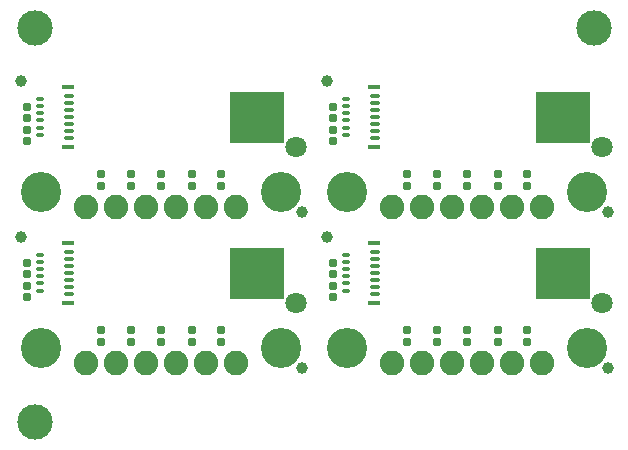
<source format=gts>
%TF.GenerationSoftware,KiCad,Pcbnew,8.0.4*%
%TF.CreationDate,2024-08-22T15:16:28-06:00*%
%TF.ProjectId,SparkFun_BMV080_panelized,53706172-6b46-4756-9e5f-424d56303830,v01*%
%TF.SameCoordinates,Original*%
%TF.FileFunction,Soldermask,Top*%
%TF.FilePolarity,Negative*%
%FSLAX46Y46*%
G04 Gerber Fmt 4.6, Leading zero omitted, Abs format (unit mm)*
G04 Created by KiCad (PCBNEW 8.0.4) date 2024-08-22 15:16:28*
%MOMM*%
%LPD*%
G01*
G04 APERTURE LIST*
G04 Aperture macros list*
%AMRoundRect*
0 Rectangle with rounded corners*
0 $1 Rounding radius*
0 $2 $3 $4 $5 $6 $7 $8 $9 X,Y pos of 4 corners*
0 Add a 4 corners polygon primitive as box body*
4,1,4,$2,$3,$4,$5,$6,$7,$8,$9,$2,$3,0*
0 Add four circle primitives for the rounded corners*
1,1,$1+$1,$2,$3*
1,1,$1+$1,$4,$5*
1,1,$1+$1,$6,$7*
1,1,$1+$1,$8,$9*
0 Add four rect primitives between the rounded corners*
20,1,$1+$1,$2,$3,$4,$5,0*
20,1,$1+$1,$4,$5,$6,$7,0*
20,1,$1+$1,$6,$7,$8,$9,0*
20,1,$1+$1,$8,$9,$2,$3,0*%
G04 Aperture macros list end*
%ADD10C,0.100000*%
%ADD11C,3.000000*%
%ADD12C,2.082800*%
%ADD13RoundRect,0.165000X-0.195000X0.165000X-0.195000X-0.165000X0.195000X-0.165000X0.195000X0.165000X0*%
%ADD14C,3.402000*%
%ADD15RoundRect,0.160000X0.210000X-0.160000X0.210000X0.160000X-0.210000X0.160000X-0.210000X-0.160000X0*%
%ADD16C,1.000000*%
%ADD17RoundRect,0.052500X0.357500X-0.122500X0.357500X0.122500X-0.357500X0.122500X-0.357500X-0.122500X0*%
%ADD18RoundRect,0.052500X0.257500X-0.122500X0.257500X0.122500X-0.257500X0.122500X-0.257500X-0.122500X0*%
%ADD19RoundRect,0.060000X0.415000X-0.140000X0.415000X0.140000X-0.415000X0.140000X-0.415000X-0.140000X0*%
%ADD20RoundRect,0.165000X0.195000X-0.165000X0.195000X0.165000X-0.195000X0.165000X-0.195000X-0.165000X0*%
%ADD21C,1.803200*%
G04 APERTURE END LIST*
D10*
X44408958Y11536799D02*
X48908222Y11536799D01*
X48908222Y7286420D01*
X44408958Y7286420D01*
X44408958Y11536799D01*
G36*
X44408958Y11536799D02*
G01*
X48908222Y11536799D01*
X48908222Y7286420D01*
X44408958Y7286420D01*
X44408958Y11536799D01*
G37*
X44408958Y-1663201D02*
X48908222Y-1663201D01*
X48908222Y-5913580D01*
X44408958Y-5913580D01*
X44408958Y-1663201D01*
G36*
X44408958Y-1663201D02*
G01*
X48908222Y-1663201D01*
X48908222Y-5913580D01*
X44408958Y-5913580D01*
X44408958Y-1663201D01*
G37*
X18508958Y11536799D02*
X23008222Y11536799D01*
X23008222Y7286420D01*
X18508958Y7286420D01*
X18508958Y11536799D01*
G36*
X18508958Y11536799D02*
G01*
X23008222Y11536799D01*
X23008222Y7286420D01*
X18508958Y7286420D01*
X18508958Y11536799D01*
G37*
X18508958Y-1663201D02*
X23008222Y-1663201D01*
X23008222Y-5913580D01*
X18508958Y-5913580D01*
X18508958Y-1663201D01*
G36*
X18508958Y-1663201D02*
G01*
X23008222Y-1663201D01*
X23008222Y-5913580D01*
X18508958Y-5913580D01*
X18508958Y-1663201D01*
G37*
D11*
%TO.C,*%
X49325000Y16900000D03*
%TD*%
%TO.C,*%
X1975000Y16900000D03*
%TD*%
%TO.C,*%
X1975000Y-16400000D03*
%TD*%
D12*
%TO.C,J3*%
X32250000Y1770000D03*
X34790000Y1770000D03*
X37330000Y1770000D03*
X39870000Y1770000D03*
X42410000Y1770000D03*
X44950000Y1770000D03*
%TD*%
%TO.C,J3*%
X32250000Y-11430000D03*
X34790000Y-11430000D03*
X37330000Y-11430000D03*
X39870000Y-11430000D03*
X42410000Y-11430000D03*
X44950000Y-11430000D03*
%TD*%
%TO.C,J3*%
X6350000Y1770000D03*
X8890000Y1770000D03*
X11430000Y1770000D03*
X13970000Y1770000D03*
X16510000Y1770000D03*
X19050000Y1770000D03*
%TD*%
D13*
%TO.C,C2*%
X27200000Y8310000D03*
X27200000Y7350000D03*
%TD*%
%TO.C,C2*%
X27200000Y-4890000D03*
X27200000Y-5850000D03*
%TD*%
%TO.C,C2*%
X1300000Y8310000D03*
X1300000Y7350000D03*
%TD*%
D14*
%TO.C,ST2*%
X48760000Y3040000D03*
%TD*%
%TO.C,ST2*%
X48760000Y-10160000D03*
%TD*%
%TO.C,ST2*%
X22860000Y3040000D03*
%TD*%
D15*
%TO.C,R3*%
X38600000Y3550000D03*
X38600000Y4570000D03*
%TD*%
%TO.C,R3*%
X38600000Y-9650000D03*
X38600000Y-8630000D03*
%TD*%
%TO.C,R3*%
X12700000Y3550000D03*
X12700000Y4570000D03*
%TD*%
D16*
%TO.C,FID4*%
X26700000Y12400000D03*
%TD*%
%TO.C,FID4*%
X26700000Y-800000D03*
%TD*%
%TO.C,FID4*%
X800000Y12400000D03*
%TD*%
D17*
%TO.C,U1*%
X30775000Y11190000D03*
D18*
X28345000Y10890000D03*
D17*
X30775000Y10590000D03*
D18*
X28345000Y10290000D03*
D17*
X30775000Y9990000D03*
D18*
X28345000Y9690000D03*
D17*
X30775000Y9390000D03*
D18*
X28345000Y9090000D03*
D17*
X30775000Y8790000D03*
D18*
X28345000Y8490000D03*
D17*
X30775000Y8190000D03*
D18*
X28345000Y7890000D03*
D17*
X30775000Y7590000D03*
D19*
X30710000Y6880000D03*
X30710000Y11900000D03*
%TD*%
D17*
%TO.C,U1*%
X30775000Y-2010000D03*
D18*
X28345000Y-2310000D03*
D17*
X30775000Y-2610000D03*
D18*
X28345000Y-2910000D03*
D17*
X30775000Y-3210000D03*
D18*
X28345000Y-3510000D03*
D17*
X30775000Y-3810000D03*
D18*
X28345000Y-4110000D03*
D17*
X30775000Y-4410000D03*
D18*
X28345000Y-4710000D03*
D17*
X30775000Y-5010000D03*
D18*
X28345000Y-5310000D03*
D17*
X30775000Y-5610000D03*
D19*
X30710000Y-6320000D03*
X30710000Y-1300000D03*
%TD*%
D17*
%TO.C,U1*%
X4875000Y11190000D03*
D18*
X2445000Y10890000D03*
D17*
X4875000Y10590000D03*
D18*
X2445000Y10290000D03*
D17*
X4875000Y9990000D03*
D18*
X2445000Y9690000D03*
D17*
X4875000Y9390000D03*
D18*
X2445000Y9090000D03*
D17*
X4875000Y8790000D03*
D18*
X2445000Y8490000D03*
D17*
X4875000Y8190000D03*
D18*
X2445000Y7890000D03*
D17*
X4875000Y7590000D03*
D19*
X4810000Y6880000D03*
X4810000Y11900000D03*
%TD*%
D16*
%TO.C,FID2*%
X50480000Y1310000D03*
%TD*%
%TO.C,FID2*%
X50480000Y-11890000D03*
%TD*%
%TO.C,FID2*%
X24580000Y1310000D03*
%TD*%
D15*
%TO.C,R5*%
X41170000Y3550000D03*
X41170000Y4570000D03*
%TD*%
%TO.C,R5*%
X41170000Y-9650000D03*
X41170000Y-8630000D03*
%TD*%
%TO.C,R5*%
X15270000Y3550000D03*
X15270000Y4570000D03*
%TD*%
D20*
%TO.C,C1*%
X27200000Y9270000D03*
X27200000Y10230000D03*
%TD*%
%TO.C,C1*%
X27200000Y-3930000D03*
X27200000Y-2970000D03*
%TD*%
%TO.C,C1*%
X1300000Y9270000D03*
X1300000Y10230000D03*
%TD*%
D15*
%TO.C,R4*%
X43680000Y3550000D03*
X43680000Y4570000D03*
%TD*%
%TO.C,R4*%
X43680000Y-9650000D03*
X43680000Y-8630000D03*
%TD*%
%TO.C,R4*%
X17780000Y3550000D03*
X17780000Y4570000D03*
%TD*%
D21*
%TO.C,J4*%
X50030000Y6850000D03*
%TD*%
%TO.C,J4*%
X50030000Y-6350000D03*
%TD*%
%TO.C,J4*%
X24130000Y6850000D03*
%TD*%
D15*
%TO.C,R2*%
X33520000Y3550000D03*
X33520000Y4570000D03*
%TD*%
%TO.C,R2*%
X33520000Y-9650000D03*
X33520000Y-8630000D03*
%TD*%
%TO.C,R2*%
X7620000Y3550000D03*
X7620000Y4570000D03*
%TD*%
%TO.C,R1*%
X36060000Y3550000D03*
X36060000Y4570000D03*
%TD*%
%TO.C,R1*%
X36060000Y-9650000D03*
X36060000Y-8630000D03*
%TD*%
%TO.C,R1*%
X10160000Y3550000D03*
X10160000Y4570000D03*
%TD*%
D14*
%TO.C,ST1*%
X28440000Y3040000D03*
%TD*%
%TO.C,ST1*%
X28440000Y-10160000D03*
%TD*%
%TO.C,ST1*%
X2540000Y3040000D03*
%TD*%
%TO.C,ST1*%
X2540000Y-10160000D03*
%TD*%
D15*
%TO.C,R1*%
X10160000Y-9650000D03*
X10160000Y-8630000D03*
%TD*%
%TO.C,R2*%
X7620000Y-9650000D03*
X7620000Y-8630000D03*
%TD*%
D21*
%TO.C,J4*%
X24130000Y-6350000D03*
%TD*%
D15*
%TO.C,R4*%
X17780000Y-9650000D03*
X17780000Y-8630000D03*
%TD*%
D20*
%TO.C,C1*%
X1300000Y-3930000D03*
X1300000Y-2970000D03*
%TD*%
D15*
%TO.C,R5*%
X15270000Y-9650000D03*
X15270000Y-8630000D03*
%TD*%
D16*
%TO.C,FID2*%
X24580000Y-11890000D03*
%TD*%
D17*
%TO.C,U1*%
X4875000Y-2010000D03*
D18*
X2445000Y-2310000D03*
D17*
X4875000Y-2610000D03*
D18*
X2445000Y-2910000D03*
D17*
X4875000Y-3210000D03*
D18*
X2445000Y-3510000D03*
D17*
X4875000Y-3810000D03*
D18*
X2445000Y-4110000D03*
D17*
X4875000Y-4410000D03*
D18*
X2445000Y-4710000D03*
D17*
X4875000Y-5010000D03*
D18*
X2445000Y-5310000D03*
D17*
X4875000Y-5610000D03*
D19*
X4810000Y-6320000D03*
X4810000Y-1300000D03*
%TD*%
D16*
%TO.C,FID4*%
X800000Y-800000D03*
%TD*%
D15*
%TO.C,R3*%
X12700000Y-9650000D03*
X12700000Y-8630000D03*
%TD*%
D14*
%TO.C,ST2*%
X22860000Y-10160000D03*
%TD*%
D13*
%TO.C,C2*%
X1300000Y-4890000D03*
X1300000Y-5850000D03*
%TD*%
D12*
%TO.C,J3*%
X6350000Y-11430000D03*
X8890000Y-11430000D03*
X11430000Y-11430000D03*
X13970000Y-11430000D03*
X16510000Y-11430000D03*
X19050000Y-11430000D03*
%TD*%
M02*

</source>
